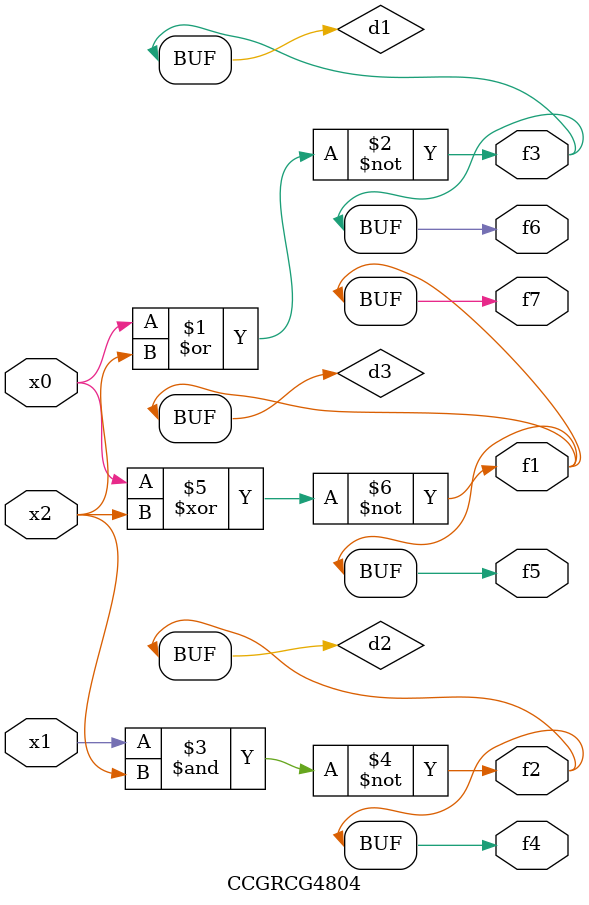
<source format=v>
module CCGRCG4804(
	input x0, x1, x2,
	output f1, f2, f3, f4, f5, f6, f7
);

	wire d1, d2, d3;

	nor (d1, x0, x2);
	nand (d2, x1, x2);
	xnor (d3, x0, x2);
	assign f1 = d3;
	assign f2 = d2;
	assign f3 = d1;
	assign f4 = d2;
	assign f5 = d3;
	assign f6 = d1;
	assign f7 = d3;
endmodule

</source>
